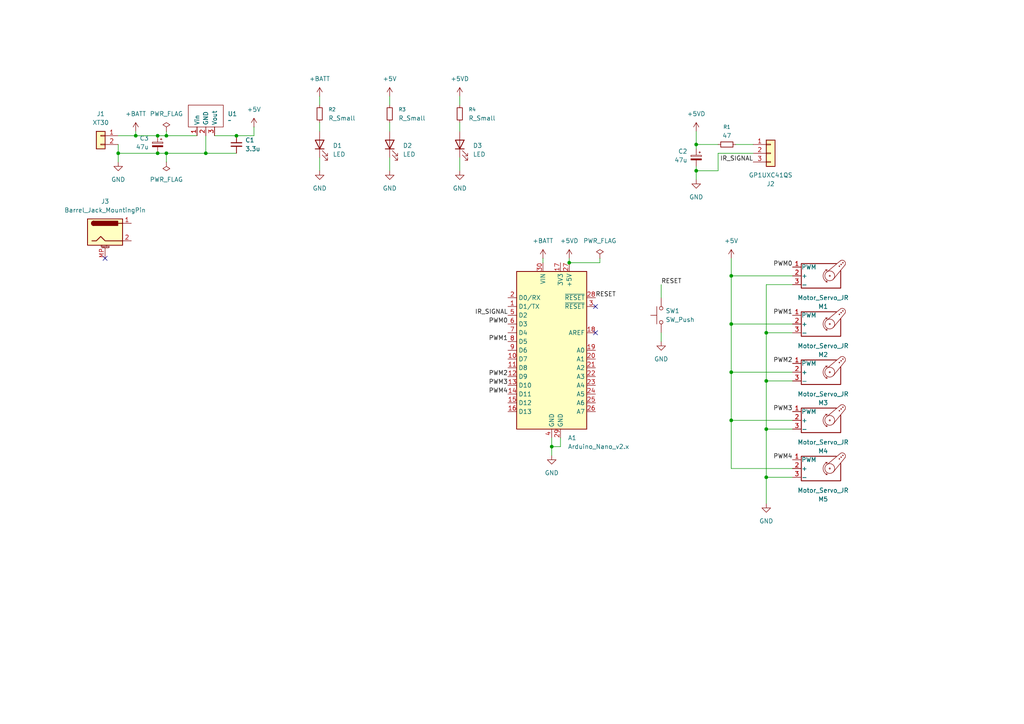
<source format=kicad_sch>
(kicad_sch (version 20250114) (generator "eeschema") (generator_version "9.0")
  (paper "A4")
  (lib_symbols
    (symbol "Connector:Barrel_Jack_MountingPin" (pin_names (hide yes))
      (property "Reference" "J" (at 0 5.334 0))
      (property "Value" "Barrel_Jack_MountingPin" (at 1.27 -6.35 0))
      (symbol "Barrel_Jack_MountingPin_0_1"
        (rectangle (start -5.08 3.81) (end 5.08 -3.81) (stroke (width 0.254)) (fill (type background)))
        (polyline (pts (xy -3.81 -2.54) (xy -2.54 -2.54) (xy -1.27 -1.27) (xy 0 -2.54) (xy 2.54 -2.54) (xy 5.08 -2.54)) (stroke (width 0.254)))
        (arc (start -3.302 1.905) (mid -3.9343 2.54) (end -3.302 3.175) (stroke (width 0.254)))
        (arc (start -3.302 1.905) (mid -3.9343 2.54) (end -3.302 3.175) (stroke (width 0.254)) (fill (type outline)))
        (rectangle (start 3.683 3.175) (end -3.302 1.905) (stroke (width 0.254)) (fill (type outline)))
        (polyline (pts (xy 5.08 2.54) (xy 3.81 2.54)) (stroke (width 0.254)))
      )
      (symbol "Barrel_Jack_MountingPin_1_1"
        (polyline (pts (xy -1.016 -4.572) (xy 1.016 -4.572)) (stroke (width 0.1524)))
        (text "Mounting" (at 0 -4.191 0) (effects (font (size 0.381 0.381))))
        (pin passive line (at 0 -7.62 90) (length 3.048) (name "MountPin") (number "MP"))
        (pin passive line (at 7.62 2.54 180) (length 2.54) (name "~") (number "1"))
        (pin passive line (at 7.62 -2.54 180) (length 2.54) (name "~") (number "2"))
      )
    )
    (symbol "Connector_Generic:Conn_01x02" (pin_names (offset 1.016) (hide yes))
      (property "Reference" "J" (at 0 2.54 0))
      (property "Value" "Conn_01x02" (at 0 -5.08 0))
      (symbol "Conn_01x02_1_1"
        (rectangle (start -1.27 1.27) (end 1.27 -3.81) (stroke (width 0.254)) (fill (type background)))
        (rectangle (start -1.27 0.127) (end 0 -0.127) (stroke (width 0.1524)))
        (rectangle (start -1.27 -2.413) (end 0 -2.667) (stroke (width 0.1524)))
        (pin passive line (at -5.08 0 0) (length 3.81) (name "Pin_1") (number "1"))
        (pin passive line (at -5.08 -2.54 0) (length 3.81) (name "Pin_2") (number "2"))
      )
    )
    (symbol "Connector_Generic:Conn_01x03" (pin_names (offset 1.016) (hide yes))
      (property "Reference" "J" (at 0 5.08 0))
      (property "Value" "Conn_01x03" (at 0 -5.08 0))
      (symbol "Conn_01x03_1_1"
        (rectangle (start -1.27 3.81) (end 1.27 -3.81) (stroke (width 0.254)) (fill (type background)))
        (rectangle (start -1.27 2.667) (end 0 2.413) (stroke (width 0.1524)))
        (rectangle (start -1.27 0.127) (end 0 -0.127) (stroke (width 0.1524)))
        (rectangle (start -1.27 -2.413) (end 0 -2.667) (stroke (width 0.1524)))
        (pin passive line (at -5.08 2.54 0) (length 3.81) (name "Pin_1") (number "1"))
        (pin passive line (at -5.08 0 0) (length 3.81) (name "Pin_2") (number "2"))
        (pin passive line (at -5.08 -2.54 0) (length 3.81) (name "Pin_3") (number "3"))
      )
    )
    (symbol "Device:C_Polarized_Small" (pin_numbers (hide yes)) (pin_names (offset 0.254) (hide yes))
      (property "Reference" "C" (at 0.254 1.778 0))
      (property "Value" "C_Polarized_Small" (at 0.254 -2.032 0))
      (symbol "C_Polarized_Small_0_1"
        (rectangle (start -1.524 0.6858) (end 1.524 0.3048))
        (rectangle (start -1.524 -0.3048) (end 1.524 -0.6858) (fill (type outline)))
        (polyline (pts (xy -1.27 1.524) (xy -0.762 1.524)))
        (polyline (pts (xy -1.016 1.27) (xy -1.016 1.778)))
      )
      (symbol "C_Polarized_Small_1_1"
        (pin passive line (at 0 2.54 270) (length 1.8542) (name "~") (number "1"))
        (pin passive line (at 0 -2.54 90) (length 1.8542) (name "~") (number "2"))
      )
    )
    (symbol "Device:C_Small" (pin_numbers (hide yes)) (pin_names (offset 0.254) (hide yes))
      (property "Reference" "C" (at 0.254 1.778 0))
      (property "Value" "C_Small" (at 0.254 -2.032 0))
      (symbol "C_Small_0_1"
        (polyline (pts (xy -1.524 0.508) (xy 1.524 0.508)) (stroke (width 0.3048)))
        (polyline (pts (xy -1.524 -0.508) (xy 1.524 -0.508)) (stroke (width 0.3302)))
      )
      (symbol "C_Small_1_1"
        (pin passive line (at 0 2.54 270) (length 2.032) (name "~") (number "1"))
        (pin passive line (at 0 -2.54 90) (length 2.032) (name "~") (number "2"))
      )
    )
    (symbol "Device:LED" (pin_numbers (hide yes)) (pin_names (offset 1.016) (hide yes))
      (property "Reference" "D" (at 0 2.54 0))
      (property "Value" "LED" (at 0 -2.54 0))
      (symbol "LED_0_1"
        (polyline (pts (xy -3.048 -0.762) (xy -4.572 -2.286) (xy -3.81 -2.286) (xy -4.572 -2.286) (xy -4.572 -1.524)))
        (polyline (pts (xy -1.778 -0.762) (xy -3.302 -2.286) (xy -2.54 -2.286) (xy -3.302 -2.286) (xy -3.302 -1.524)))
        (polyline (pts (xy -1.27 0) (xy 1.27 0)))
        (polyline (pts (xy -1.27 -1.27) (xy -1.27 1.27)) (stroke (width 0.254)))
        (polyline (pts (xy 1.27 -1.27) (xy 1.27 1.27) (xy -1.27 0) (xy 1.27 -1.27)) (stroke (width 0.254)))
      )
      (symbol "LED_1_1"
        (pin passive line (at -3.81 0 0) (length 2.54) (name "K") (number "1"))
        (pin passive line (at 3.81 0 180) (length 2.54) (name "A") (number "2"))
      )
    )
    (symbol "Device:R_Small" (pin_numbers (hide yes)) (pin_names (offset 0.254) (hide yes))
      (property "Reference" "R" (at 0 0 90))
      (property "Value" "R_Small" (at 1.778 0 90))
      (symbol "R_Small_0_1"
        (rectangle (start -0.762 1.778) (end 0.762 -1.778) (stroke (width 0.2032)))
      )
      (symbol "R_Small_1_1"
        (pin passive line (at 0 2.54 270) (length 0.762) (name "~") (number "1"))
        (pin passive line (at 0 -2.54 90) (length 0.762) (name "~") (number "2"))
      )
    )
    (symbol "MCU_Module:Arduino_Nano_v2.x"
      (property "Reference" "A" (at -10.16 23.495 0))
      (property "Value" "Arduino_Nano_v2.x" (at 5.08 -24.13 0))
      (symbol "Arduino_Nano_v2.x_0_1"
        (rectangle (start -10.16 22.86) (end 10.16 -22.86) (stroke (width 0.254)) (fill (type background)))
      )
      (symbol "Arduino_Nano_v2.x_1_1"
        (pin bidirectional line (at -12.7 15.24 0) (length 2.54) (name "D0/RX") (number "2"))
        (pin bidirectional line (at -12.7 12.7 0) (length 2.54) (name "D1/TX") (number "1"))
        (pin bidirectional line (at -12.7 10.16 0) (length 2.54) (name "D2") (number "5"))
        (pin bidirectional line (at -12.7 7.62 0) (length 2.54) (name "D3") (number "6"))
        (pin bidirectional line (at -12.7 5.08 0) (length 2.54) (name "D4") (number "7"))
        (pin bidirectional line (at -12.7 2.54 0) (length 2.54) (name "D5") (number "8"))
        (pin bidirectional line (at -12.7 0 0) (length 2.54) (name "D6") (number "9"))
        (pin bidirectional line (at -12.7 -2.54 0) (length 2.54) (name "D7") (number "10"))
        (pin bidirectional line (at -12.7 -5.08 0) (length 2.54) (name "D8") (number "11"))
        (pin bidirectional line (at -12.7 -7.62 0) (length 2.54) (name "D9") (number "12"))
        (pin bidirectional line (at -12.7 -10.16 0) (length 2.54) (name "D10") (number "13"))
        (pin bidirectional line (at -12.7 -12.7 0) (length 2.54) (name "D11") (number "14"))
        (pin bidirectional line (at -12.7 -15.24 0) (length 2.54) (name "D12") (number "15"))
        (pin bidirectional line (at -12.7 -17.78 0) (length 2.54) (name "D13") (number "16"))
        (pin power_in line (at -2.54 25.4 270) (length 2.54) (name "VIN") (number "30"))
        (pin power_in line (at 0 -25.4 90) (length 2.54) (name "GND") (number "4"))
        (pin power_out line (at 2.54 25.4 270) (length 2.54) (name "3V3") (number "17"))
        (pin power_in line (at 2.54 -25.4 90) (length 2.54) (name "GND") (number "29"))
        (pin power_out line (at 5.08 25.4 270) (length 2.54) (name "+5V") (number "27"))
        (pin input line (at 12.7 15.24 180) (length 2.54) (name "~{RESET}") (number "28"))
        (pin input line (at 12.7 12.7 180) (length 2.54) (name "~{RESET}") (number "3"))
        (pin input line (at 12.7 5.08 180) (length 2.54) (name "AREF") (number "18"))
        (pin bidirectional line (at 12.7 0 180) (length 2.54) (name "A0") (number "19"))
        (pin bidirectional line (at 12.7 -2.54 180) (length 2.54) (name "A1") (number "20"))
        (pin bidirectional line (at 12.7 -5.08 180) (length 2.54) (name "A2") (number "21"))
        (pin bidirectional line (at 12.7 -7.62 180) (length 2.54) (name "A3") (number "22"))
        (pin bidirectional line (at 12.7 -10.16 180) (length 2.54) (name "A4") (number "23"))
        (pin bidirectional line (at 12.7 -12.7 180) (length 2.54) (name "A5") (number "24"))
        (pin bidirectional line (at 12.7 -15.24 180) (length 2.54) (name "A6") (number "25"))
        (pin bidirectional line (at 12.7 -17.78 180) (length 2.54) (name "A7") (number "26"))
      )
    )
    (symbol "Motor:Motor_Servo_JR" (pin_names (offset 0.0254))
      (property "Reference" "M" (at -5.08 4.445 0))
      (property "Value" "Motor_Servo_JR" (at -5.08 -4.064 0))
      (symbol "Motor_Servo_JR_0_1"
        (polyline (pts (xy 2.413 1.778) (xy 1.905 1.778)))
        (polyline (pts (xy 2.413 1.778) (xy 2.286 1.397)))
        (polyline (pts (xy 2.413 -1.778) (xy 2.032 -1.778)))
        (polyline (pts (xy 2.413 -1.778) (xy 2.286 -1.397)))
        (arc (start 2.413 -1.778) (mid 1.2406 0) (end 2.413 1.778))
        (circle (center 3.175 0) (radius 0.1778))
        (circle (center 3.175 0) (radius 1.4224))
        (polyline (pts (xy 5.08 3.556) (xy -5.08 3.556) (xy -5.08 -3.556) (xy 6.35 -3.556) (xy 6.35 1.524)) (stroke (width 0.254)))
        (circle (center 5.969 2.794) (radius 0.127))
        (polyline (pts (xy 6.35 4.445) (xy 2.54 1.27)))
        (circle (center 6.477 3.302) (radius 0.127))
        (arc (start 6.35 4.445) (mid 7.4487 4.2737) (end 7.62 3.175))
        (circle (center 6.985 3.81) (radius 0.127))
        (polyline (pts (xy 7.62 3.175) (xy 4.191 -1.016)))
      )
      (symbol "Motor_Servo_JR_1_1"
        (pin passive line (at -7.62 2.54 0) (length 2.54) (name "PWM") (number "1"))
        (pin passive line (at -7.62 0 0) (length 2.54) (name "+") (number "2"))
        (pin passive line (at -7.62 -2.54 0) (length 2.54) (name "-") (number "3"))
      )
    )
    (symbol "Regulator_Linear:M78AR05-1"
      (property "Reference" "U" (at 0 5.334 0))
      (symbol "M78AR05-1_0_1"
        (rectangle (start -5.08 3.81) (end 5.08 -2.54))
      )
      (symbol "M78AR05-1_1_1"
        (pin input line (at -2.54 -5.08 90) (length 2.54) (name "Vin") (number "1"))
        (pin power_in line (at 0 -5.08 90) (length 2.54) (name "GND") (number "2"))
        (pin power_out line (at 2.54 -5.08 90) (length 2.54) (name "Vout") (number "3"))
      )
    )
    (symbol "Switch:SW_Push" (pin_numbers (hide yes)) (pin_names (offset 1.016) (hide yes))
      (property "Reference" "SW" (at 1.27 2.54 0))
      (property "Value" "SW_Push" (at 0 -1.524 0))
      (symbol "SW_Push_0_1"
        (circle (center -2.032 0) (radius 0.508))
        (polyline (pts (xy 0 1.27) (xy 0 3.048)))
        (circle (center 2.032 0) (radius 0.508))
        (polyline (pts (xy 2.54 1.27) (xy -2.54 1.27)))
        (pin passive line (at -5.08 0 0) (length 2.54) (name "1") (number "1"))
        (pin passive line (at 5.08 0 180) (length 2.54) (name "2") (number "2"))
      )
    )
    (symbol "power:+5V" (power) (pin_numbers (hide yes)) (pin_names (offset 0) (hide yes))
      (property "Value" "+5V" (at 0 3.556 0))
      (symbol "+5V_0_1"
        (polyline (pts (xy -0.762 1.27) (xy 0 2.54)))
        (polyline (pts (xy 0 2.54) (xy 0.762 1.27)))
        (polyline (pts (xy 0 0) (xy 0 2.54)))
      )
      (symbol "+5V_1_1"
        (pin power_in line (at 0 0 90) (length 0) (name "~") (number "1"))
      )
    )
    (symbol "power:+5VD" (power) (pin_numbers (hide yes)) (pin_names (offset 0) (hide yes))
      (property "Value" "+5VD" (at 0 3.556 0))
      (symbol "+5VD_0_1"
        (polyline (pts (xy -0.762 1.27) (xy 0 2.54)))
        (polyline (pts (xy 0 2.54) (xy 0.762 1.27)))
        (polyline (pts (xy 0 0) (xy 0 2.54)))
      )
      (symbol "+5VD_1_1"
        (pin power_in line (at 0 0 90) (length 0) (name "~") (number "1"))
      )
    )
    (symbol "power:+BATT" (power) (pin_numbers (hide yes)) (pin_names (offset 0) (hide yes))
      (property "Value" "+BATT" (at 0 3.556 0))
      (symbol "+BATT_0_1"
        (polyline (pts (xy -0.762 1.27) (xy 0 2.54)))
        (polyline (pts (xy 0 2.54) (xy 0.762 1.27)))
        (polyline (pts (xy 0 0) (xy 0 2.54)))
      )
      (symbol "+BATT_1_1"
        (pin power_in line (at 0 0 90) (length 0) (name "~") (number "1"))
      )
    )
    (symbol "power:GND" (power) (pin_numbers (hide yes)) (pin_names (offset 0) (hide yes))
      (property "Value" "GND" (at 0 -3.81 0))
      (symbol "GND_0_1"
        (polyline (pts (xy 0 0) (xy 0 -1.27) (xy 1.27 -1.27) (xy 0 -2.54) (xy -1.27 -1.27) (xy 0 -1.27)))
      )
      (symbol "GND_1_1"
        (pin power_in line (at 0 0 270) (length 0) (name "~") (number "1"))
      )
    )
    (symbol "power:PWR_FLAG" (power) (pin_numbers (hide yes)) (pin_names (offset 0) (hide yes))
      (property "Value" "PWR_FLAG" (at 0 3.81 0))
      (symbol "PWR_FLAG_0_0"
        (pin power_out line (at 0 0 90) (length 0) (name "~") (number "1"))
      )
      (symbol "PWR_FLAG_0_1"
        (polyline (pts (xy 0 0) (xy 0 1.27) (xy -1.016 1.905) (xy 0 2.54) (xy 1.016 1.905) (xy 0 1.27)))
      )
    )
  )
  (junction (at 48.26 39.37))
  (junction (at 222.25 110.49))
  (junction (at 212.09 121.92))
  (junction (at 34.29 44.45))
  (junction (at 222.25 96.52))
  (junction (at 59.69 44.45))
  (junction (at 212.09 107.95))
  (junction (at 68.58 39.37))
  (junction (at 45.72 39.37))
  (junction (at 160.02 129.54))
  (junction (at 201.93 49.53))
  (junction (at 212.09 80.01))
  (junction (at 212.09 93.98))
  (junction (at 45.72 44.45))
  (junction (at 222.25 124.46))
  (junction (at 165.1 76.2))
  (junction (at 201.93 41.91))
  (junction (at 222.25 138.43))
  (junction (at 48.26 44.45))
  (junction (at 39.37 39.37))
  (no_connect (at 172.72 88.9))
  (no_connect (at 172.72 96.52))
  (no_connect (at 30.48 74.93))
  (wire (pts (xy 92.71 35.56) (xy 92.71 38.1)))
  (wire (pts (xy 173.99 74.93) (xy 173.99 76.2)))
  (wire (pts (xy 157.48 74.93) (xy 157.48 76.2)))
  (wire (pts (xy 212.09 107.95) (xy 212.09 93.98)))
  (wire (pts (xy 45.72 44.45) (xy 48.26 44.45)))
  (wire (pts (xy 92.71 27.94) (xy 92.71 30.48)))
  (wire (pts (xy 162.56 129.54) (xy 162.56 127)))
  (wire (pts (xy 62.23 39.37) (xy 68.58 39.37)))
  (wire (pts (xy 133.35 45.72) (xy 133.35 49.53)))
  (wire (pts (xy 34.29 39.37) (xy 39.37 39.37)))
  (wire (pts (xy 48.26 44.45) (xy 59.69 44.45)))
  (wire (pts (xy 48.26 38.1) (xy 48.26 39.37)))
  (wire (pts (xy 165.1 74.93) (xy 165.1 76.2)))
  (wire (pts (xy 201.93 38.1) (xy 201.93 41.91)))
  (wire (pts (xy 212.09 74.93) (xy 212.09 80.01)))
  (wire (pts (xy 34.29 44.45) (xy 34.29 41.91)))
  (wire (pts (xy 222.25 124.46) (xy 229.87 124.46)))
  (wire (pts (xy 229.87 107.95) (xy 212.09 107.95)))
  (wire (pts (xy 218.44 44.45) (xy 208.28 44.45)))
  (wire (pts (xy 39.37 38.1) (xy 39.37 39.37)))
  (wire (pts (xy 208.28 49.53) (xy 201.93 49.53)))
  (wire (pts (xy 229.87 93.98) (xy 212.09 93.98)))
  (wire (pts (xy 222.25 138.43) (xy 222.25 124.46)))
  (wire (pts (xy 201.93 41.91) (xy 201.93 43.18)))
  (wire (pts (xy 34.29 44.45) (xy 34.29 46.99)))
  (wire (pts (xy 68.58 39.37) (xy 73.66 39.37)))
  (wire (pts (xy 68.58 44.45) (xy 59.69 44.45)))
  (wire (pts (xy 113.03 45.72) (xy 113.03 49.53)))
  (wire (pts (xy 160.02 127) (xy 160.02 129.54)))
  (wire (pts (xy 113.03 35.56) (xy 113.03 38.1)))
  (wire (pts (xy 212.09 93.98) (xy 212.09 80.01)))
  (wire (pts (xy 222.25 110.49) (xy 229.87 110.49)))
  (wire (pts (xy 113.03 27.94) (xy 113.03 30.48)))
  (wire (pts (xy 133.35 35.56) (xy 133.35 38.1)))
  (wire (pts (xy 48.26 39.37) (xy 57.15 39.37)))
  (wire (pts (xy 34.29 44.45) (xy 45.72 44.45)))
  (wire (pts (xy 173.99 76.2) (xy 165.1 76.2)))
  (wire (pts (xy 45.72 39.37) (xy 48.26 39.37)))
  (wire (pts (xy 222.25 96.52) (xy 229.87 96.52)))
  (wire (pts (xy 222.25 138.43) (xy 229.87 138.43)))
  (wire (pts (xy 133.35 27.94) (xy 133.35 30.48)))
  (wire (pts (xy 222.25 146.05) (xy 222.25 138.43)))
  (wire (pts (xy 201.93 41.91) (xy 208.28 41.91)))
  (wire (pts (xy 201.93 49.53) (xy 201.93 52.07)))
  (wire (pts (xy 222.25 124.46) (xy 222.25 110.49)))
  (wire (pts (xy 191.77 82.55) (xy 191.77 86.36)))
  (wire (pts (xy 208.28 44.45) (xy 208.28 49.53)))
  (wire (pts (xy 212.09 135.89) (xy 212.09 121.92)))
  (wire (pts (xy 213.36 41.91) (xy 218.44 41.91)))
  (wire (pts (xy 160.02 129.54) (xy 160.02 132.08)))
  (wire (pts (xy 201.93 48.26) (xy 201.93 49.53)))
  (wire (pts (xy 48.26 44.45) (xy 48.26 46.99)))
  (wire (pts (xy 222.25 96.52) (xy 222.25 82.55)))
  (wire (pts (xy 222.25 82.55) (xy 229.87 82.55)))
  (wire (pts (xy 229.87 121.92) (xy 212.09 121.92)))
  (wire (pts (xy 73.66 36.83) (xy 73.66 39.37)))
  (wire (pts (xy 191.77 96.52) (xy 191.77 99.06)))
  (wire (pts (xy 39.37 39.37) (xy 45.72 39.37)))
  (wire (pts (xy 222.25 110.49) (xy 222.25 96.52)))
  (wire (pts (xy 212.09 121.92) (xy 212.09 107.95)))
  (wire (pts (xy 59.69 39.37) (xy 59.69 44.45)))
  (wire (pts (xy 160.02 129.54) (xy 162.56 129.54)))
  (wire (pts (xy 229.87 135.89) (xy 212.09 135.89)))
  (wire (pts (xy 212.09 80.01) (xy 229.87 80.01)))
  (wire (pts (xy 92.71 45.72) (xy 92.71 49.53)))
  (label "PWM4" (at 147.32 114.3 180))
  (label "PWM2" (at 229.87 105.41 180))
  (label "RESET" (at 172.72 86.36 0))
  (label "PWM2" (at 147.32 109.22 180))
  (label "PWM3" (at 147.32 111.76 180))
  (label "IR_SIGNAL" (at 147.32 91.44 180))
  (label "PWM3" (at 229.87 119.38 180))
  (label "IR_SIGNAL" (at 218.44 46.99 180))
  (label "PWM1" (at 147.32 99.06 180))
  (label "PWM4" (at 229.87 133.35 180))
  (label "PWM0" (at 147.32 93.98 180))
  (label "PWM1" (at 229.87 91.44 180))
  (label "PWM0" (at 229.87 77.47 180))
  (label "RESET" (at 191.77 82.55 0))
  (symbol (lib_id "Device:C_Polarized_Small") (at 201.93 45.72 0) (mirror y) (unit 1)
    (property "Reference" "C2" (at 199.39 43.9038 0) (effects (justify left)))
    (property "Value" "47u" (at 199.39 46.4438 0) (effects (justify left)))
    (property "Description" "Polarized capacitor, small symbol" (effects (hide yes)))
  )
  (symbol (lib_id "power:+5V") (at 212.09 74.93 0) (unit 1)
    (property "Reference" "#PWR06" (effects (hide yes)))
    (property "Value" "+5V" (at 212.09 69.85 0))
    (property "Description" "Power symbol creates a global label with name \"+5V\"" (effects (hide yes)))
  )
  (symbol (lib_id "Connector_Generic:Conn_01x03") (at 223.52 44.45 0) (unit 1)
    (property "Reference" "J2" (at 223.52 53.34 0))
    (property "Value" "GP1UXC41QS" (at 223.52 50.8 0))
    (property "Description" "Generic connector, single row, 01x03, script generated (kicad-library-utils/schlib/autogen/connector/)" (effects (hide yes)))
  )
  (symbol (lib_id "Connector_Generic:Conn_01x02") (at 29.21 39.37 0) (mirror y) (unit 1)
    (property "Reference" "J1" (at 29.21 33.02 0))
    (property "Value" "XT30" (at 29.21 35.56 0))
    (property "Description" "Generic connector, single row, 01x02, script generated (kicad-library-utils/schlib/autogen/connector/)" (effects (hide yes)))
  )
  (symbol (lib_id "Device:C_Small") (at 68.58 41.91 0) (unit 1)
    (property "Reference" "C1" (at 71.12 40.6462 0) (effects (justify left)))
    (property "Value" "3.3u" (at 71.12 43.1862 0) (effects (justify left)))
    (property "Description" "Unpolarized capacitor, small symbol" (effects (hide yes)))
  )
  (symbol (lib_id "Device:LED") (at 133.35 41.91 90) (unit 1)
    (property "Reference" "D3" (at 137.16 42.2274 90) (effects (justify right)))
    (property "Value" "LED" (at 137.16 44.7674 90) (effects (justify right)))
    (property "Description" "Light emitting diode" (effects (hide yes)))
    (property "Sim.Pins" "1=K 2=A" (effects (hide yes)))
  )
  (symbol (lib_id "power:GND") (at 160.02 132.08 0) (unit 1)
    (property "Reference" "#PWR04" (effects (hide yes)))
    (property "Value" "GND" (at 160.02 137.16 0))
    (property "Description" "Power symbol creates a global label with name \"GND\" , ground" (effects (hide yes)))
  )
  (symbol (lib_id "power:PWR_FLAG") (at 48.26 46.99 180) (unit 1)
    (property "Reference" "#FLG02" (effects (hide yes)))
    (property "Value" "PWR_FLAG" (at 48.26 52.07 0))
    (property "Description" "Special symbol for telling ERC where power comes from" (effects (hide yes)))
  )
  (symbol (lib_id "Connector:Barrel_Jack_MountingPin") (at 30.48 67.31 0) (unit 1)
    (property "Reference" "J3" (at 30.48 58.42 0))
    (property "Value" "Barrel_Jack_MountingPin" (at 30.48 60.96 0))
    (property "Description" "DC Barrel Jack with a mounting pin" (effects (hide yes)))
  )
  (symbol (lib_id "power:GND") (at 133.35 49.53 0) (unit 1)
    (property "Reference" "#PWR017" (effects (hide yes)))
    (property "Value" "GND" (at 133.35 54.61 0))
    (property "Description" "Power symbol creates a global label with name \"GND\" , ground" (effects (hide yes)))
  )
  (symbol (lib_id "Motor:Motor_Servo_JR") (at 237.49 107.95 0) (unit 1)
    (property "Reference" "M3" (at 238.7461 116.84 0))
    (property "Value" "Motor_Servo_JR" (at 238.7461 114.3 0))
    (property "Datasheet" "http://forums.parallax.com/uploads/attachments/46831/74481.png" (effects (hide yes)))
    (property "Description" "Servo Motor (JR connector)" (effects (hide yes)))
  )
  (symbol (lib_id "power:+BATT") (at 157.48 74.93 0) (unit 1)
    (property "Reference" "#PWR03" (effects (hide yes)))
    (property "Value" "+BATT" (at 157.48 69.85 0))
    (property "Description" "Power symbol creates a global label with name \"+BATT\"" (effects (hide yes)))
  )
  (symbol (lib_id "Device:C_Polarized_Small") (at 45.72 41.91 0) (mirror y) (unit 1)
    (property "Reference" "C3" (at 43.18 40.0938 0) (effects (justify left)))
    (property "Value" "47u" (at 43.18 42.6338 0) (effects (justify left)))
    (property "Description" "Polarized capacitor, small symbol" (effects (hide yes)))
  )
  (symbol (lib_id "MCU_Module:Arduino_Nano_v2.x") (at 160.02 101.6 0) (unit 1)
    (property "Reference" "A1" (at 164.7033 127 0) (effects (justify left)))
    (property "Value" "Arduino_Nano_v2.x" (at 164.7033 129.54 0) (effects (justify left)))
    (property "Footprint" "Module:Arduino_Nano" (effects (hide yes)))
    (property "Datasheet" "https://www.arduino.cc/en/uploads/Main/ArduinoNanoManual23.pdf" (effects (hide yes)))
    (property "Description" "Arduino Nano v2.x" (effects (hide yes)))
  )
  (symbol (lib_id "power:GND") (at 201.93 52.07 0) (unit 1)
    (property "Reference" "#PWR09" (effects (hide yes)))
    (property "Value" "GND" (at 201.93 57.15 0))
    (property "Description" "Power symbol creates a global label with name \"GND\" , ground" (effects (hide yes)))
  )
  (symbol (lib_id "Regulator_Linear:M78AR05-1") (at 59.69 34.29 0) (unit 1)
    (property "Reference" "U1" (at 66.04 33.0199 0) (effects (justify left)))
    (property "Value" "~" (at 66.04 34.925 0) (effects (justify left)))
    (property "Footprint" "Converter_DCDC:Converter_DCDC_M78AR05-1" (effects (hide yes)))
  )
  (symbol (lib_id "power:+BATT") (at 92.71 27.94 0) (unit 1)
    (property "Reference" "#PWR012" (effects (hide yes)))
    (property "Value" "+BATT" (at 92.71 22.86 0))
    (property "Description" "Power symbol creates a global label with name \"+BATT\"" (effects (hide yes)))
  )
  (symbol (lib_id "Device:LED") (at 92.71 41.91 90) (unit 1)
    (property "Reference" "D1" (at 96.52 42.2274 90) (effects (justify right)))
    (property "Value" "LED" (at 96.52 44.7674 90) (effects (justify right)))
    (property "Description" "Light emitting diode" (effects (hide yes)))
    (property "Sim.Pins" "1=K 2=A" (effects (hide yes)))
  )
  (symbol (lib_id "power:GND") (at 113.03 49.53 0) (unit 1)
    (property "Reference" "#PWR015" (effects (hide yes)))
    (property "Value" "GND" (at 113.03 54.61 0))
    (property "Description" "Power symbol creates a global label with name \"GND\" , ground" (effects (hide yes)))
  )
  (symbol (lib_id "power:PWR_FLAG") (at 48.26 38.1 0) (unit 1)
    (property "Reference" "#FLG01" (effects (hide yes)))
    (property "Value" "PWR_FLAG" (at 48.26 33.02 0))
    (property "Description" "Special symbol for telling ERC where power comes from" (effects (hide yes)))
  )
  (symbol (lib_id "power:+5VD") (at 165.1 74.93 0) (unit 1)
    (property "Reference" "#PWR05" (effects (hide yes)))
    (property "Value" "+5VD" (at 165.1 69.85 0))
    (property "Description" "Power symbol creates a global label with name \"+5VD\"" (effects (hide yes)))
  )
  (symbol (lib_id "Device:R_Small") (at 133.35 33.02 0) (unit 1)
    (property "Reference" "R4" (at 135.89 31.7499 0) (effects (font (size 1.016 1.016)) (justify left)))
    (property "Value" "R_Small" (at 135.89 34.2899 0) (effects (justify left)))
    (property "Description" "Resistor, small symbol" (effects (hide yes)))
  )
  (symbol (lib_id "power:+5VD") (at 201.93 38.1 0) (unit 1)
    (property "Reference" "#PWR08" (effects (hide yes)))
    (property "Value" "+5VD" (at 201.93 33.02 0))
    (property "Description" "Power symbol creates a global label with name \"+5VD\"" (effects (hide yes)))
  )
  (symbol (lib_id "Motor:Motor_Servo_JR") (at 237.49 121.92 0) (unit 1)
    (property "Reference" "M4" (at 238.7461 130.81 0))
    (property "Value" "Motor_Servo_JR" (at 238.7461 128.27 0))
    (property "Datasheet" "http://forums.parallax.com/uploads/attachments/46831/74481.png" (effects (hide yes)))
    (property "Description" "Servo Motor (JR connector)" (effects (hide yes)))
  )
  (symbol (lib_id "Motor:Motor_Servo_JR") (at 237.49 80.01 0) (unit 1)
    (property "Reference" "M1" (at 238.7461 88.9 0))
    (property "Value" "Motor_Servo_JR" (at 238.7461 86.36 0))
    (property "Datasheet" "http://forums.parallax.com/uploads/attachments/46831/74481.png" (effects (hide yes)))
    (property "Description" "Servo Motor (JR connector)" (effects (hide yes)))
  )
  (symbol (lib_id "Device:R_Small") (at 113.03 33.02 0) (unit 1)
    (property "Reference" "R3" (at 115.57 31.7499 0) (effects (font (size 1.016 1.016)) (justify left)))
    (property "Value" "R_Small" (at 115.57 34.2899 0) (effects (justify left)))
    (property "Description" "Resistor, small symbol" (effects (hide yes)))
  )
  (symbol (lib_id "Device:R_Small") (at 92.71 33.02 0) (unit 1)
    (property "Reference" "R2" (at 95.25 31.7499 0) (effects (font (size 1.016 1.016)) (justify left)))
    (property "Value" "R_Small" (at 95.25 34.2899 0) (effects (justify left)))
    (property "Description" "Resistor, small symbol" (effects (hide yes)))
  )
  (symbol (lib_id "Device:LED") (at 113.03 41.91 90) (unit 1)
    (property "Reference" "D2" (at 116.84 42.2274 90) (effects (justify right)))
    (property "Value" "LED" (at 116.84 44.7674 90) (effects (justify right)))
    (property "Description" "Light emitting diode" (effects (hide yes)))
    (property "Sim.Pins" "1=K 2=A" (effects (hide yes)))
  )
  (symbol (lib_id "power:+BATT") (at 39.37 38.1 0) (unit 1)
    (property "Reference" "#PWR02" (effects (hide yes)))
    (property "Value" "+BATT" (at 39.37 33.02 0))
    (property "Description" "Power symbol creates a global label with name \"+BATT\"" (effects (hide yes)))
  )
  (symbol (lib_id "power:GND") (at 191.77 99.06 0) (unit 1)
    (property "Reference" "#PWR011" (effects (hide yes)))
    (property "Value" "GND" (at 191.77 104.14 0))
    (property "Description" "Power symbol creates a global label with name \"GND\" , ground" (effects (hide yes)))
  )
  (symbol (lib_id "power:GND") (at 222.25 146.05 0) (unit 1)
    (property "Reference" "#PWR07" (effects (hide yes)))
    (property "Value" "GND" (at 222.25 151.13 0))
    (property "Description" "Power symbol creates a global label with name \"GND\" , ground" (effects (hide yes)))
  )
  (symbol (lib_id "Switch:SW_Push") (at 191.77 91.44 90) (unit 1)
    (property "Reference" "SW1" (at 193.04 90.1699 90) (effects (justify right)))
    (property "Value" "SW_Push" (at 193.04 92.7099 90) (effects (justify right)))
    (property "Description" "Push button switch, generic, two pins" (effects (hide yes)))
  )
  (symbol (lib_id "power:PWR_FLAG") (at 173.99 74.93 0) (unit 1)
    (property "Reference" "#FLG03" (effects (hide yes)))
    (property "Value" "PWR_FLAG" (at 173.99 69.85 0))
    (property "Description" "Special symbol for telling ERC where power comes from" (effects (hide yes)))
  )
  (symbol (lib_id "power:+5VD") (at 133.35 27.94 0) (unit 1)
    (property "Reference" "#PWR018" (effects (hide yes)))
    (property "Value" "+5VD" (at 133.35 22.86 0))
    (property "Description" "Power symbol creates a global label with name \"+5VD\"" (effects (hide yes)))
  )
  (symbol (lib_id "Motor:Motor_Servo_JR") (at 237.49 135.89 0) (unit 1)
    (property "Reference" "M5" (at 238.7461 144.78 0))
    (property "Value" "Motor_Servo_JR" (at 238.7461 142.24 0))
    (property "Datasheet" "http://forums.parallax.com/uploads/attachments/46831/74481.png" (effects (hide yes)))
    (property "Description" "Servo Motor (JR connector)" (effects (hide yes)))
  )
  (symbol (lib_id "power:+5V") (at 113.03 27.94 0) (unit 1)
    (property "Reference" "#PWR014" (effects (hide yes)))
    (property "Value" "+5V" (at 113.03 22.86 0))
    (property "Description" "Power symbol creates a global label with name \"+5V\"" (effects (hide yes)))
  )
  (symbol (lib_id "Motor:Motor_Servo_JR") (at 237.49 93.98 0) (unit 1)
    (property "Reference" "M2" (at 238.7461 102.87 0))
    (property "Value" "Motor_Servo_JR" (at 238.7461 100.33 0))
    (property "Datasheet" "http://forums.parallax.com/uploads/attachments/46831/74481.png" (effects (hide yes)))
    (property "Description" "Servo Motor (JR connector)" (effects (hide yes)))
  )
  (symbol (lib_id "power:GND") (at 92.71 49.53 0) (unit 1)
    (property "Reference" "#PWR013" (effects (hide yes)))
    (property "Value" "GND" (at 92.71 54.61 0))
    (property "Description" "Power symbol creates a global label with name \"GND\" , ground" (effects (hide yes)))
  )
  (symbol (lib_id "power:+5V") (at 73.66 36.83 0) (unit 1)
    (property "Reference" "#PWR01" (effects (hide yes)))
    (property "Value" "+5V" (at 73.66 31.75 0))
    (property "Description" "Power symbol creates a global label with name \"+5V\"" (effects (hide yes)))
  )
  (symbol (lib_id "Device:R_Small") (at 210.82 41.91 90) (unit 1)
    (property "Reference" "R1" (at 210.82 36.83 90) (effects (font (size 1.016 1.016))))
    (property "Value" "47" (at 210.82 39.37 90))
    (property "Description" "Resistor, small symbol" (effects (hide yes)))
  )
  (symbol (lib_id "power:GND") (at 34.29 46.99 0) (unit 1)
    (property "Reference" "#PWR010" (effects (hide yes)))
    (property "Value" "GND" (at 34.29 52.07 0))
    (property "Description" "Power symbol creates a global label with name \"GND\" , ground" (effects (hide yes)))
  )
)
</source>
